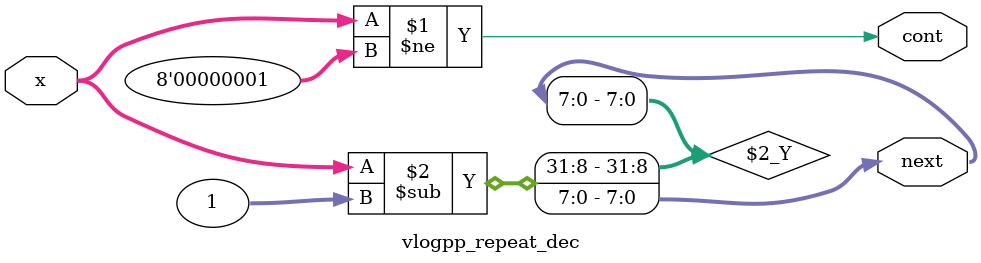
<source format=sv>
`default_nettype none

module vlogpp_repeat_dec (
    input var logic [WIDTH - 1:0] x,
    output var logic cont,
    output var logic [WIDTH - 1:0] next
);

    parameter int WIDTH = 8;

    assign cont = x != 1;
    assign next = x - 1;

endmodule

</source>
